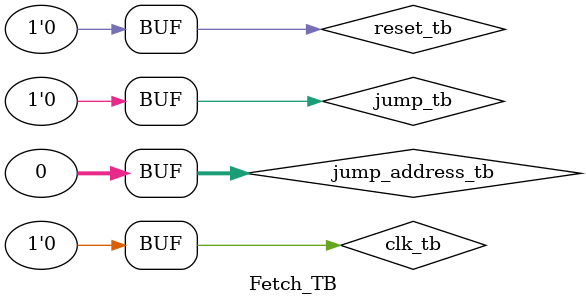
<source format=v>
`timescale 1ns/1ns

module Fetch(
    input clkF,
    input reset,
    input [31:0] jump_address,
    input jump,
    output [31:0] instructionF,
    output [31:0] PC_plus_4,
    output [31:0] PC,
    output [31:0] next_PC
);

wire [31:0] In_Wire, Out_Wire;
wire [31:0] inst_Wire;

// Mux para selección de next_PC (Jump o PC+4)
assign next_PC = jump ? jump_address : PC_plus_4;

SUM add(.addrs(Out_Wire), .addrsOut(PC_plus_4));
PC pc(.dataIn(next_PC), .clk(clkF), .reset(reset), .dataOut(Out_Wire));
memoryInst memI(.addrs(Out_Wire), .instruction(inst_Wire)); 

assign PC = Out_Wire;
assign instructionF = inst_Wire;

endmodule


module Fetch_TB();

    reg clk_tb;
    reg reset_tb;
    reg [31:0] jump_address_tb;
    reg jump_tb;
    wire [31:0] instruction_tb;
    wire [31:0] PC_tb, next_PC_tb, PC_plus_4_tb;

    Fetch CF(
        .clkF(clk_tb),
        .reset(reset_tb),
        .jump_address(jump_address_tb),
        .jump(jump_tb),
        .instructionF(instruction_tb),
        .PC(PC_tb),
        .next_PC(next_PC_tb),
        .PC_plus_4(PC_plus_4_tb)
    );

    initial begin
        clk_tb = 0;
        reset_tb = 1;
        jump_tb = 0;
        jump_address_tb = 32'd0;

        #5 reset_tb = 0;

        repeat (10) begin
            #5 clk_tb = ~clk_tb;
            #5 clk_tb = ~clk_tb;
        end
    end

endmodule




</source>
